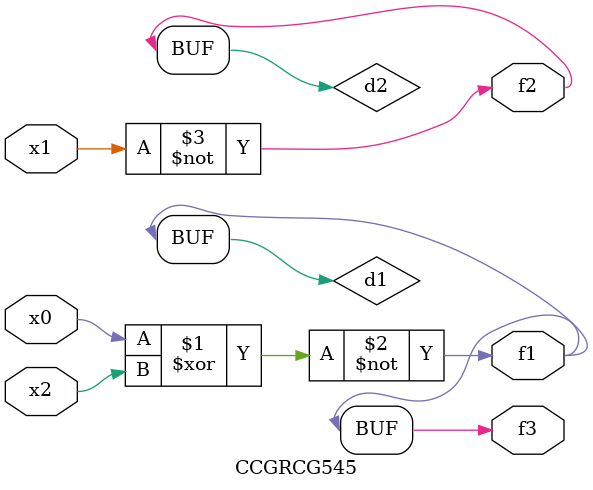
<source format=v>
module CCGRCG545(
	input x0, x1, x2,
	output f1, f2, f3
);

	wire d1, d2, d3;

	xnor (d1, x0, x2);
	nand (d2, x1);
	nor (d3, x1, x2);
	assign f1 = d1;
	assign f2 = d2;
	assign f3 = d1;
endmodule

</source>
